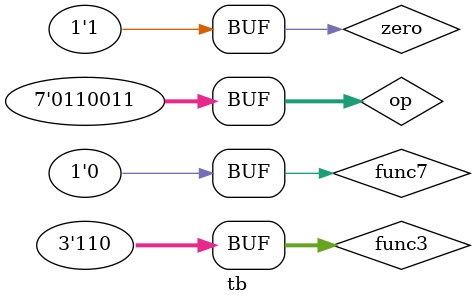
<source format=v>
module tb();

    reg zero, func7;
    reg [6:0] op;
    reg [2:0] func3;
    wire PCSrc, RegWrite, ALUSrc, MemWrite, ResultSrc;
    wire [1:0] ImmSrc;
    wire [2:0] ALUControl;

    control_unit dut (
        .zero(zero),
        .op(op),
        .func3(func3),
        .func7(func7),
        .PCSrc(PCSrc),
        .RegWrite(RegWrite),
        .ALUSrc(ALUSrc),
        .MemWrite(MemWrite),
        .ResultSrc(ResultSrc),
        .ImmSrc(ImmSrc),
        .ALUControl(ALUControl)
    );

    initial begin
      $dumpfile("dump.vcd");
      $dumpvars(0);
    end

    initial begin
      zero <= 1'b1;
      op <= 7'b0000011;
      func3 <= 3'b000;
      func7 <= 1'b0;
      #100; 
      // ALUOp 00
      // ALUControl 000

      zero <= 1'b1;
      op <= 7'b0100011;
      func3 <= 3'b000;
      func7 <= 1'b1;
      #100; 
      // ALUOp 00
      // ALUControl 000

      zero <= 1'b1;
      op <= 7'b0110011;
      func3 <= 3'b000;
      func7 <= 1'b1;
      #100;
      // ALUOp 10
      // ALUControl 001

      zero <= 1'b1;
      op <= 7'b1100011;
      func3 <= 3'b000;
      func7 <= 1'b0;
      #100;
      // ALUOp 01
      // ALUControl 001

      zero <= 1'b1;
      op <= 7'b0110011;
      func3 <= 3'b010;
      func7 <= 1'b0;
      #100;
      // ALUOp 10
      // ALUControl 011

      zero <= 1'b1;
      op <= 7'b0110011;
      func3 <= 3'b110;
      func7 <= 1'b0;
      #100;
      // ALUOp 10
      // ALUControl 011

    end
    
endmodule       
</source>
